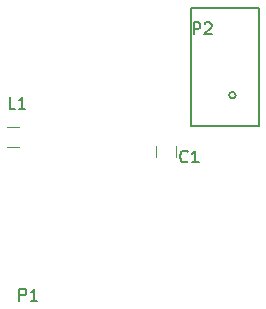
<source format=gbr>
G04 #@! TF.FileFunction,Legend,Top*
%FSLAX46Y46*%
G04 Gerber Fmt 4.6, Leading zero omitted, Abs format (unit mm)*
G04 Created by KiCad (PCBNEW 4.0.5) date 05/07/17 17:15:17*
%MOMM*%
%LPD*%
G01*
G04 APERTURE LIST*
%ADD10C,0.025400*%
%ADD11C,0.150000*%
%ADD12C,0.120000*%
G04 APERTURE END LIST*
D10*
D11*
X37834043Y12388000D02*
G75*
G03X37834043Y12388000I-282843J0D01*
G01*
X39801200Y9768000D02*
X34081200Y9768000D01*
X39811200Y19798000D02*
X34081200Y19798000D01*
X34081200Y19798000D02*
X34091200Y19778000D01*
X34081200Y19788000D02*
X34081200Y9788000D01*
X39821200Y19788000D02*
X39821200Y9788000D01*
D12*
X32752400Y7120000D02*
X32752400Y8120000D01*
X31052400Y8120000D02*
X31052400Y7120000D01*
X18473800Y8014600D02*
X19473800Y8014600D01*
X19473800Y9714600D02*
X18473800Y9714600D01*
D11*
X19519905Y-5014381D02*
X19519905Y-4014381D01*
X19900858Y-4014381D01*
X19996096Y-4062000D01*
X20043715Y-4109619D01*
X20091334Y-4204857D01*
X20091334Y-4347714D01*
X20043715Y-4442952D01*
X19996096Y-4490571D01*
X19900858Y-4538190D01*
X19519905Y-4538190D01*
X21043715Y-5014381D02*
X20472286Y-5014381D01*
X20758000Y-5014381D02*
X20758000Y-4014381D01*
X20662762Y-4157238D01*
X20567524Y-4252476D01*
X20472286Y-4300095D01*
X34261905Y17547619D02*
X34261905Y18547619D01*
X34642858Y18547619D01*
X34738096Y18500000D01*
X34785715Y18452381D01*
X34833334Y18357143D01*
X34833334Y18214286D01*
X34785715Y18119048D01*
X34738096Y18071429D01*
X34642858Y18023810D01*
X34261905Y18023810D01*
X35214286Y18452381D02*
X35261905Y18500000D01*
X35357143Y18547619D01*
X35595239Y18547619D01*
X35690477Y18500000D01*
X35738096Y18452381D01*
X35785715Y18357143D01*
X35785715Y18261905D01*
X35738096Y18119048D01*
X35166667Y17547619D01*
X35785715Y17547619D01*
X33755034Y6792957D02*
X33707415Y6745338D01*
X33564558Y6697719D01*
X33469320Y6697719D01*
X33326462Y6745338D01*
X33231224Y6840576D01*
X33183605Y6935814D01*
X33135986Y7126290D01*
X33135986Y7269148D01*
X33183605Y7459624D01*
X33231224Y7554862D01*
X33326462Y7650100D01*
X33469320Y7697719D01*
X33564558Y7697719D01*
X33707415Y7650100D01*
X33755034Y7602481D01*
X34707415Y6697719D02*
X34135986Y6697719D01*
X34421700Y6697719D02*
X34421700Y7697719D01*
X34326462Y7554862D01*
X34231224Y7459624D01*
X34135986Y7412005D01*
X19162734Y11231619D02*
X18686543Y11231619D01*
X18686543Y12231619D01*
X20019877Y11231619D02*
X19448448Y11231619D01*
X19734162Y11231619D02*
X19734162Y12231619D01*
X19638924Y12088762D01*
X19543686Y11993524D01*
X19448448Y11945905D01*
M02*

</source>
